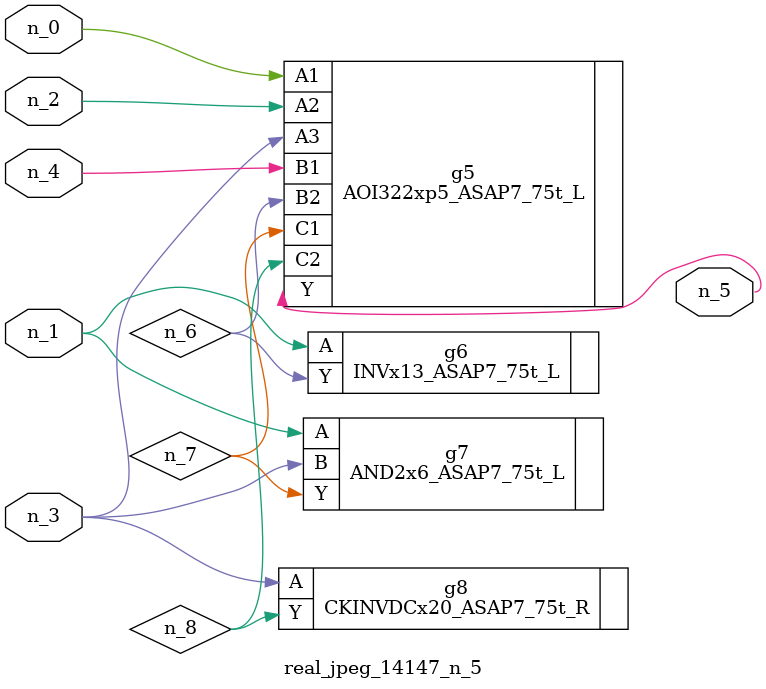
<source format=v>
module real_jpeg_14147_n_5 (n_4, n_0, n_1, n_2, n_3, n_5);

input n_4;
input n_0;
input n_1;
input n_2;
input n_3;

output n_5;

wire n_8;
wire n_6;
wire n_7;

AOI322xp5_ASAP7_75t_L g5 ( 
.A1(n_0),
.A2(n_2),
.A3(n_3),
.B1(n_4),
.B2(n_6),
.C1(n_7),
.C2(n_8),
.Y(n_5)
);

INVx13_ASAP7_75t_L g6 ( 
.A(n_1),
.Y(n_6)
);

AND2x6_ASAP7_75t_L g7 ( 
.A(n_1),
.B(n_3),
.Y(n_7)
);

CKINVDCx20_ASAP7_75t_R g8 ( 
.A(n_3),
.Y(n_8)
);


endmodule
</source>
